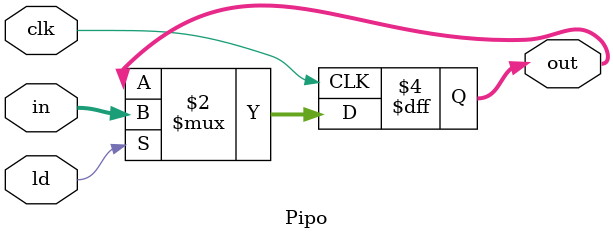
<source format=v>
module Pipo(in,clk,ld,out);
  input [15:0]in;
  input ld,clk;
  output reg [15:0]out;
  always @(posedge clk) begin
    if(ld)
      out<=in;
  end
endmodule
</source>
